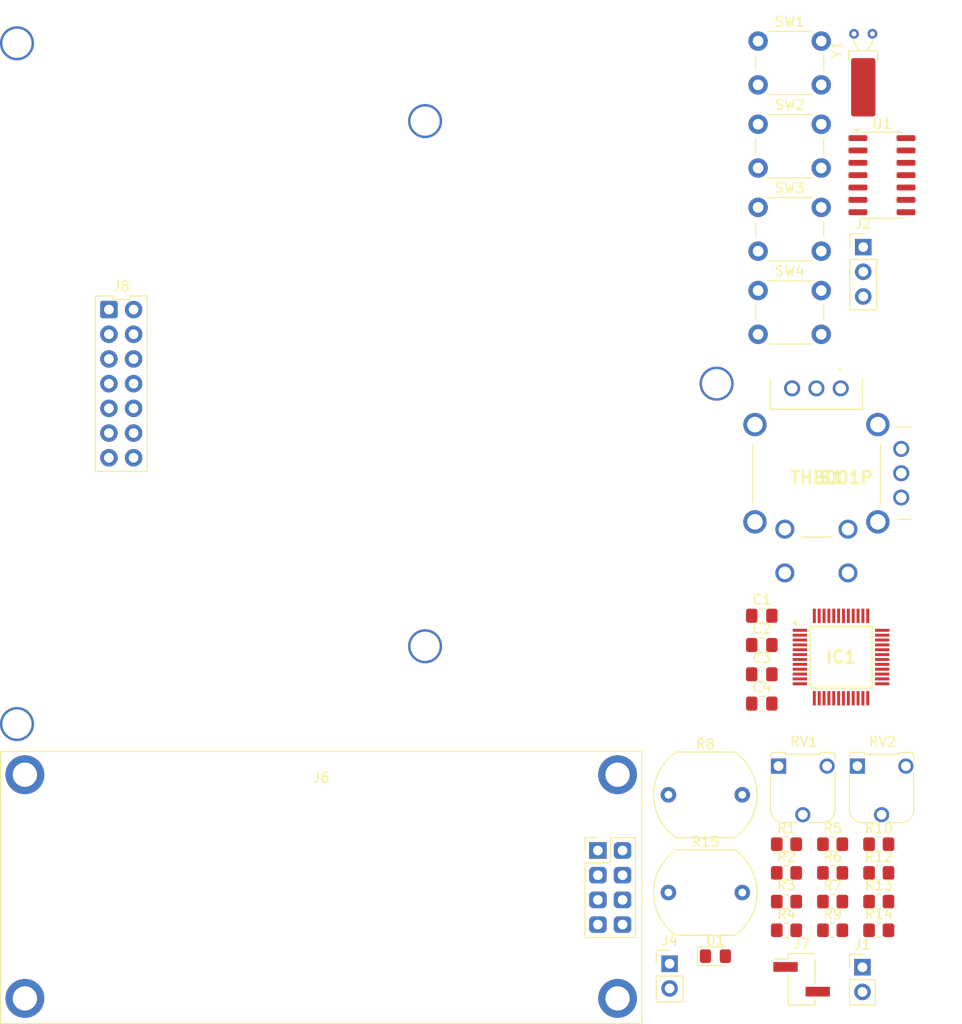
<source format=kicad_pcb>
(kicad_pcb (version 20241229) (generator "pcbnew") (generator_version "9.0")
  (layers (0 "F.Cu" signal) (2 "B.Cu" signal) (13 "F.Paste" user) (15 "B.Paste" user) (5 "F.SilkS" user "F.Silkscreen") (7 "B.SilkS" user "B.Silkscreen") (1 "F.Mask" user) (3 "B.Mask" user) (25 "Edge.Cuts" user))
  (net 0 "")
  (net 1 "TDO{slash}TDI")
  (net 2 "GND")
  (net 3 "VCC")
  (net 4 "Net-(IC1-DVCC)")
  (net 5 "Net-(IC1-P2.7{slash}TB0CLK{slash}XIN)")
  (net 6 "Net-(IC1-P2.6{slash}MCLK{slash}XOUT)")
  (net 7 "Net-(D1-A)")
  (net 8 "Net-(D1-K)")
  (net 11 "TCK")
  (net 19 "P2")
  (net 20 "SDA")
  (net 23 "GPIOr'")
  (net 25 "Net-(IC1-P3.1{slash}OA2O)")
  (net 26 "U0TXD")
  (net 28 "Net-(IC1-P3.4{slash}SMCLK)")
  (net 29 "Net-(IC1-P4.1{slash}UCA1CLK)")
  (net 31 "P0")
  (net 32 "SCL")
  (net 33 "P8")
  (net 36 "Net-(IC1-P1.4{slash}UCA0STE{slash}TCK{slash}A4)")
  (net 37 "U0RXD")
  (net 39 "GPIOl'")
  (net 40 "GPIOl")
  (net 41 "Net-(IC1-P1.1{slash}UCB0CLK{slash}ACLK{slash}OA0O{slash}COMP0.1{slash}A1)")
  (net 42 "Net-(IC1-P3.2{slash}OA2-)")
  (net 44 "Net-(IC1-P3.5{slash}OA3O)")
  (net 46 "P1")
  (net 47 "GPIOr")
  (net 50 "Net-(IC1-P1.0{slash}UCB0STE{slash}SMCLK{slash}COMP0.0{slash}A0{slash}VEREF+)")
  (net 51 "Net-(J6-Pin_5)")
  (net 58 "Net-(U1C-+)")
  (net 59 "Net-(U1B--)")
  (net 60 "CH_EN")
  (net 68 "Net-(U1A-+)")
  (net 70 "Net-(S1-2')")
  (footprint "Resistor_SMD:R_0805_2012Metric_Pad1.20x1.40mm_HandSolder" (layer "F.Cu") (at 187.18 143.26)
    (property "Reference" "R4" (at 0 -1.65 0) (layer "F.SilkS"))
    (property "Value" "R")
    (fp_line (start -0.227064 -0.735) (end 0.227064 -0.735) (stroke (width 0.12)) (layer "F.SilkS"))
    (fp_line (start -0.227064 0.735) (end 0.227064 0.735) (stroke (width 0.12)) (layer "F.SilkS"))
    (pad "1" smd roundrect (at -1 0) (size 1.2 1.4) (layers "F.Cu" "F.Mask" "F.Paste") (roundrect_rratio 0.208333) (net 3 "VCC"))
    (pad "2" smd roundrect (at 1 0) (size 1.2 1.4) (layers "F.Cu" "F.Mask" "F.Paste") (roundrect_rratio 0.208333) (net 1 "TDO{slash}TDI"))
  )
  (footprint "Button_Switch_THT:SW_PUSH_6mm" (layer "F.Cu") (at 184.26 68.93)
    (property "Reference" "SW3" (at 3.25 -2 0) (layer "F.SilkS"))
    (property "Value" "SW_Push")
    (fp_line (start -0.25 1.5) (end -0.25 3) (stroke (width 0.12)) (layer "F.SilkS"))
    (fp_line (start 1 5.5) (end 5.5 5.5) (stroke (width 0.12)) (layer "F.SilkS"))
    (fp_line (start 5.5 -1) (end 1 -1) (stroke (width 0.12)) (layer "F.SilkS"))
    (fp_line (start 6.75 3) (end 6.75 1.5) (stroke (width 0.12)) (layer "F.SilkS"))
    (pad "1" thru_hole circle (at 0 0 90) (size 2 2) (drill 1.1) (layers "*.Cu" "*.Mask") (net 44 "Net-(IC1-P3.5{slash}OA3O)"))
    (pad "1" thru_hole circle (at 6.5 0 90) (size 2 2) (drill 1.1) (layers "*.Cu" "*.Mask") (net 44 "Net-(IC1-P3.5{slash}OA3O)"))
    (pad "2" thru_hole circle (at 0 4.5 90) (size 2 2) (drill 1.1) (layers "*.Cu" "*.Mask") (net 2 "GND"))
    (pad "2" thru_hole circle (at 6.5 4.5 90) (size 2 2) (drill 1.1) (layers "*.Cu" "*.Mask") (net 2 "GND"))
  )
  (footprint "MSP430:LDR" (layer "F.Cu") (at 195 147.06)
    (property "Reference" "J1" (at 0 -2.33 0) (layer "F.SilkS"))
    (property "Value" "WIFI")
    (fp_line (start -1.33 -1.33) (end 0 -1.33) (stroke (width 0.12)) (layer "F.SilkS"))
    (fp_line (start -1.33 0) (end -1.33 -1.33) (stroke (width 0.12)) (layer "F.SilkS"))
    (fp_line (start -1.33 1.27) (end -1.33 3.87) (stroke (width 0.12)) (layer "F.SilkS"))
    (fp_line (start -1.33 1.27) (end 1.33 1.27) (stroke (width 0.12)) (layer "F.SilkS"))
    (fp_line (start -1.33 3.87) (end 1.33 3.87) (stroke (width 0.12)) (layer "F.SilkS"))
    (fp_line (start 1.33 1.27) (end 1.33 3.87) (stroke (width 0.12)) (layer "F.SilkS"))
    (pad "1" thru_hole rect (at 0 0) (size 1.7 1.7) (drill 1) (layers "*.Cu" "*.Mask") (net 37 "U0RXD"))
    (pad "2" thru_hole oval (at 0 2.54) (size 1.7 1.7) (drill 1) (layers "*.Cu" "*.Mask") (net 3 "VCC"))
  )
  (footprint "Resistor_SMD:R_0805_2012Metric_Pad1.20x1.40mm_HandSolder" (layer "F.Cu") (at 187.18 137.36)
    (property "Reference" "R2" (at 0 -1.65 0) (layer "F.SilkS"))
    (property "Value" "R")
    (fp_line (start -0.227064 -0.735) (end 0.227064 -0.735) (stroke (width 0.12)) (layer "F.SilkS"))
    (fp_line (start -0.227064 0.735) (end 0.227064 0.735) (stroke (width 0.12)) (layer "F.SilkS"))
    (pad "1" smd roundrect (at -1 0) (size 1.2 1.4) (layers "F.Cu" "F.Mask" "F.Paste") (roundrect_rratio 0.208333) (net 58 "Net-(U1C-+)"))
    (pad "2" smd roundrect (at 1 0) (size 1.2 1.4) (layers "F.Cu" "F.Mask" "F.Paste") (roundrect_rratio 0.208333) (net 59 "Net-(U1B--)"))
  )
  (footprint "Resistor_SMD:R_0805_2012Metric_Pad1.20x1.40mm_HandSolder" (layer "F.Cu") (at 187.18 134.41)
    (property "Reference" "R1" (at 0 -1.65 0) (layer "F.SilkS"))
    (property "Value" "R")
    (fp_line (start -0.227064 -0.735) (end 0.227064 -0.735) (stroke (width 0.12)) (layer "F.SilkS"))
    (fp_line (start -0.227064 0.735) (end 0.227064 0.735) (stroke (width 0.12)) (layer "F.SilkS"))
    (pad "1" smd roundrect (at -1 0) (size 1.2 1.4) (layers "F.Cu" "F.Mask" "F.Paste") (roundrect_rratio 0.208333) (net 3 "VCC"))
    (pad "2" smd roundrect (at 1 0) (size 1.2 1.4) (layers "F.Cu" "F.Mask" "F.Paste") (roundrect_rratio 0.208333) (net 58 "Net-(U1C-+)"))
  )
  (footprint "MSP430:THB001P" (layer "F.Cu") (at 192.76 87.535)
    (property "Reference" "S1" (at -0.937 9.175 0) (layer "F.SilkS") (effects (font (size 1.27 1.27) (thickness 0.254))))
    (property "Value" "THB001P" (at -0.937 9.175 0) (layer "F.SilkS") (effects (font (size 1.27 1.27) (thickness 0.254))))
    (fp_line (start -9.075 5.73) (end -9.075 5.73) (stroke (width 0.1)) (layer "F.SilkS"))
    (fp_line (start -9.075 5.73) (end -9.075 11.73) (stroke (width 0.1)) (layer "F.SilkS"))
    (fp_line (start -9.075 11.73) (end -9.075 5.73) (stroke (width 0.1)) (layer "F.SilkS"))
    (fp_line (start -9.075 11.73) (end -9.075 11.73) (stroke (width 0.1)) (layer "F.SilkS"))
    (fp_line (start -7.25 -0.97) (end -7.25 -0.97) (stroke (width 0.1)) (layer "F.SilkS"))
    (fp_line (start -7.25 -0.97) (end -7.25 2.155) (stroke (width 0.1)) (layer "F.SilkS"))
    (fp_line (start -7.25 2.155) (end -7.25 -0.97) (stroke (width 0.1)) (layer "F.SilkS"))
    (fp_line (start -7.25 2.155) (end -7.25 2.155) (stroke (width 0.1)) (layer "F.SilkS"))
    (fp_line (start -7.25 2.155) (end -7.25 2.155) (stroke (width 0.1)) (layer "F.SilkS"))
    (fp_line (start -7.25 2.155) (end 2.25 2.155) (stroke (width 0.1)) (layer "F.SilkS"))
    (fp_line (start -6.75 2.155) (end -6.75 2.155) (stroke (width 0.1)) (layer "F.SilkS"))
    (fp_line (start -6.75 2.155) (end 1.75 2.155) (stroke (width 0.1)) (layer "F.SilkS"))
    (fp_line (start -4 15.305) (end -4 15.305) (stroke (width 0.1)) (layer "F.SilkS"))
    (fp_line (start -4 15.305) (end -1 15.305) (stroke (width 0.1)) (layer "F.SilkS"))
    (fp_line (start -1 15.305) (end -4 15.305) (stroke (width 0.1)) (layer "F.SilkS"))
    (fp_line (start -1 15.305) (end -1 15.305) (stroke (width 0.1)) (layer "F.SilkS"))
    (fp_line (start 0 -1.98) (end 0 -1.98) (stroke (width 0.2)) (layer "F.SilkS"))
    (fp_line (start 0 -1.87) (end 0 -1.87) (stroke (width 0.2)) (layer "F.SilkS"))
    (fp_line (start 0 -1.87) (end 0 -1.87) (stroke (width 0.2)) (layer "F.SilkS"))
    (fp_line (start 1.75 2.155) (end -6.75 2.155) (stroke (width 0.1)) (layer "F.SilkS"))
    (fp_line (start 1.75 2.155) (end 1.75 2.155) (stroke (width 0.1)) (layer "F.SilkS"))
    (fp_line (start 2.25 -0.97) (end 2.25 -0.97) (stroke (width 0.1)) (layer "F.SilkS"))
    (fp_line (start 2.25 -0.97) (end 2.25 2.155) (stroke (width 0.1)) (layer "F.SilkS"))
    (fp_line (start 2.25 2.155) (end -7.25 2.155) (stroke (width 0.1)) (layer "F.SilkS"))
    (fp_line (start 2.25 2.155) (end 2.25 -0.97) (stroke (width 0.1)) (layer "F.SilkS"))
    (fp_line (start 2.25 2.155) (end 2.25 2.155) (stroke (width 0.1)) (layer "F.SilkS"))
    (fp_line (start 2.25 2.155) (end 2.25 2.155) (stroke (width 0.1)) (layer "F.SilkS"))
    (fp_line (start 4.075 5.73) (end 4.075 5.73) (stroke (width 0.1)) (layer "F.SilkS"))
    (fp_line (start 4.075 5.73) (end 4.075 5.73) (stroke (width 0.1)) (layer "F.SilkS"))
    (fp_line (start 4.075 5.73) (end 4.075 11.73) (stroke (width 0.1)) (layer "F.SilkS"))
    (fp_line (start 4.075 5.73) (end 4.075 11.73) (stroke (width 0.1)) (layer "F.SilkS"))
    (fp_line (start 4.075 11.73) (end 4.075 5.73) (stroke (width 0.1)) (layer "F.SilkS"))
    (fp_line (start 4.075 11.73) (end 4.075 5.73) (stroke (width 0.1)) (layer "F.SilkS"))
    (fp_line (start 4.075 11.73) (end 4.075 11.73) (stroke (width 0.1)) (layer "F.SilkS"))
    (fp_line (start 4.075 11.73) (end 4.075 11.73) (stroke (width 0.1)) (layer "F.SilkS"))
    (fp_line (start 5.825 3.98) (end 5.825 3.98) (stroke (width 0.1)) (layer "F.SilkS"))
    (fp_line (start 5.825 3.98) (end 7.2 3.98) (stroke (width 0.1)) (layer "F.SilkS"))
    (fp_line (start 5.825 13.48) (end 5.825 13.48) (stroke (width 0.1)) (layer "F.SilkS"))
    (fp_line (start 5.825 13.48) (end 7.2 13.48) (stroke (width 0.1)) (layer "F.SilkS"))
    (fp_line (start 7.2 3.98) (end 5.825 3.98) (stroke (width 0.1)) (layer "F.SilkS"))
    (fp_line (start 7.2 3.98) (end 7.2 3.98) (stroke (width 0.1)) (layer "F.SilkS"))
    (fp_line (start 7.2 13.48) (end 5.825 13.48) (stroke (width 0.1)) (layer "F.SilkS"))
    (fp_line (start 7.2 13.48) (end 7.2 13.48) (stroke (width 0.1)) (layer "F.SilkS"))
    (fp_arc (start 0 -1.98) (mid 0.055 -1.925) (end 0 -1.87) (stroke (width 0.2)) (layer "F.SilkS"))
    (fp_arc (start 0 -1.98) (mid 0.055 -1.925) (end 0 -1.87) (stroke (width 0.2)) (layer "F.SilkS"))
    (fp_arc (start 0 -1.87) (mid -0.055 -1.925) (end 0 -1.98) (stroke (width 0.2)) (layer "F.SilkS"))
    (pad "1" thru_hole circle (at 0 0) (size 1.65 1.65) (drill 1.1) (layers "*.Cu" "*.Mask") (net 3 "VCC"))
    (pad "2" thru_hole circle (at -2.5 0) (size 1.65 1.65) (drill 1.1) (layers "*.Cu" "*.Mask") (net 68 "Net-(U1A-+)"))
    (pad "3" thru_hole circle (at -5 0) (size 1.65 1.65) (drill 1.1) (layers "*.Cu" "*.Mask") (net 2 "GND"))
    (pad "11" thru_hole circle (at 6.23 11.23) (size 1.65 1.65) (drill 1.1) (layers "*.Cu" "*.Mask") (net 3 "VCC"))
    (pad "12" thru_hole circle (at 6.23 8.73) (size 1.65 1.65) (drill 1.1) (layers "*.Cu" "*.Mask") (net 70 "Net-(S1-2')"))
    (pad "13" thru_hole circle (at 6.23 6.23) (size 1.65 1.65) (drill 1.1) (layers "*.Cu" "*.Mask") (net 2 "GND"))
    (pad "A1" thru_hole circle (at -5.75 14.48) (size 1.95 1.95) (drill 1.3) (layers "*.Cu" "*.Mask"))
    (pad "B1" thru_hole circle (at 0.75 14.48) (size 1.95 1.95) (drill 1.3) (layers "*.Cu" "*.Mask") (net 25 "Net-(IC1-P3.1{slash}OA2O)"))
    (pad "C1" thru_hole circle (at -5.75 18.98) (size 1.95 1.95) (drill 1.3) (layers "*.Cu" "*.Mask") (net 2 "GND"))
    (pad "D1" thru_hole circle (at 0.75 18.98) (size 1.95 1.95) (drill 1.3) (layers "*.Cu" "*.Mask"))
    (pad "MH1" thru_hole circle (at 3.825 3.73) (size 2.4 2.4) (drill 1.6) (layers "*.Cu" "*.Mask"))
    (pad "MH2" thru_hole circle (at -8.825 3.73) (size 2.4 2.4) (drill 1.6) (layers "*.Cu" "*.Mask"))
    (pad "MH3" thru_hole circle (at -8.825 13.73) (size 2.4 2.4) (drill 1.6) (layers "*.Cu" "*.Mask"))
    (pad "MH4" thru_hole circle (at 3.825 13.73) (size 2.4 2.4) (drill 1.6) (layers "*.Cu" "*.Mask"))
  )
  (footprint "Capacitor_SMD:C_0805_2012Metric_Pad1.18x1.45mm_HandSolder" (layer "F.Cu") (at 184.64 110.92)
    (property "Reference" "C1" (at 0 -1.68 0) (layer "F.SilkS"))
    (property "Value" "2.2n")
    (fp_line (start -0.261252 -0.735) (end 0.261252 -0.735) (stroke (width 0.12)) (layer "F.SilkS"))
    (fp_line (start -0.261252 0.735) (end 0.261252 0.735) (stroke (width 0.12)) (layer "F.SilkS"))
    (pad "1" smd roundrect (at -1.0375 0) (size 1.175 1.45) (layers "F.Cu" "F.Mask" "F.Paste") (roundrect_rratio 0.212766) (net 1 "TDO{slash}TDI"))
    (pad "2" smd roundrect (at 1.0375 0) (size 1.175 1.45) (layers "F.Cu" "F.Mask" "F.Paste") (roundrect_rratio 0.212766) (net 2 "GND"))
  )
  (footprint "OptoDevice:R_LDR_10x8.5mm_P7.6mm_Vertical" (layer "F.Cu") (at 175.03 129.33)
    (property "Reference" "R8" (at 3.8 -5.2 0) (layer "F.SilkS"))
    (property "Value" "LDR03")
    (fp_line (start 0.8 -4.4) (end 6.8 -4.4) (stroke (width 0.12)) (layer "F.SilkS"))
    (fp_line (start 0.8 4.4) (end 6.8 4.4) (stroke (width 0.12)) (layer "F.SilkS"))
    (fp_arc (start 0.8 4.4) (mid -1.525374 0.019809) (end 0.76735 -4.37756) (stroke (width 0.12)) (layer "F.SilkS"))
    (fp_arc (start 6.8 -4.4) (mid 9.125374 -0.019809) (end 6.83265 4.37756) (stroke (width 0.12)) (layer "F.SilkS"))
    (pad "1" thru_hole circle (at 0 0) (size 1.6 1.6) (drill 0.8) (layers "*.Cu" "*.Mask") (net 3 "VCC"))
    (pad "2" thru_hole circle (at 7.6 0) (size 1.6 1.6) (drill 0.8) (layers "*.Cu" "*.Mask") (net 36 "Net-(IC1-P1.4{slash}UCA0STE{slash}TCK{slash}A4)"))
  )
  (footprint "MSP430:Trimmer_MiSE" (layer "F.Cu") (at 186.36 126.38)
    (property "Reference" "RV1" (at 2.6 -2.5 0) (layer "F.SilkS"))
    (property "Value" "R_Potentiometer_Trim")
    (fp_line (start -0.81 -1.21) (end -0.81 -0.96) (stroke (width 0.12)) (layer "F.SilkS"))
    (fp_line (start -0.81 4.5) (end -0.81 0.96) (stroke (width 0.12)) (layer "F.SilkS"))
    (fp_line (start -0.71 -1.41) (end -0.71 -1.21) (stroke (width 0.12)) (layer "F.SilkS"))
    (fp_line (start -0.71 -1.41) (end 0.71 -1.41) (stroke (width 0.12)) (layer "F.SilkS"))
    (fp_line (start -0.71 -1.21) (end -0.81 -1.21) (stroke (width 0.12)) (layer "F.SilkS"))
    (fp_line (start 0.71 -1.21) (end 0.71 -1.41) (stroke (width 0.12)) (layer "F.SilkS"))
    (fp_line (start 0.71 -1.21) (end 4.29 -1.21) (stroke (width 0.12)) (layer "F.SilkS"))
    (fp_line (start 1.99 5.81) (end 0.5 5.81) (stroke (width 0.12)) (layer "F.SilkS"))
    (fp_line (start 4.29 -1.41) (end 5.71 -1.41) (stroke (width 0.12)) (layer "F.SilkS"))
    (fp_line (start 4.29 -1.21) (end 4.29 -1.41) (stroke (width 0.12)) (layer "F.SilkS"))
    (fp_line (start 4.5 5.81) (end 3.01 5.81) (stroke (width 0.12)) (layer "F.SilkS"))
    (fp_line (start 5.71 -1.41) (end 5.71 -1.21) (stroke (width 0.12)) (layer "F.SilkS"))
    (fp_line (start 5.71 -1.21) (end 5.81 -1.21) (stroke (width 0.12)) (layer "F.SilkS"))
    (fp_line (start 5.81 -1.21) (end 5.81 -0.52) (stroke (width 0.12)) (layer "F.SilkS"))
    (fp_line (start 5.81 0.52) (end 5.81 4.5) (stroke (width 0.12)) (layer "F.SilkS"))
    (fp_arc (start 0.5 5.81) (mid -0.42631 5.42631) (end -0.81 4.5) (stroke (width 0.12)) (layer "F.SilkS"))
    (fp_arc (start 5.81 4.5) (mid 5.42631 5.42631) (end 4.5 5.81) (stroke (width 0.12)) (layer "F.SilkS"))
    (pad "1" thru_hole rect (at 0 0) (size 1.56 1.56) (drill 1) (layers "*.Cu" "*.Mask") (net 36 "Net-(IC1-P1.4{slash}UCA0STE{slash}TCK{slash}A4)"))
    (pad "2" thru_hole circle (at 2.5 5) (size 1.56 1.56) (drill 1) (layers "*.Cu" "*.Mask") (net 2 "GND"))
    (pad "3" thru_hole circle (at 5 0) (size 1.56 1.56) (drill 1) (layers "*.Cu" "*.Mask"))
  )
  (footprint "Connector_PinHeader_2.54mm:PinHeader_1x02_P2.54mm_Vertical_SMD_Pin1Left" (layer "F.Cu") (at 188.74 148.3)
    (property "Reference" "J7" (at 0 -3.65 0) (layer "F.SilkS"))
    (property "Value" "I2C read")
    (fp_line (start -1.38 -2.65) (end -1.38 -2.08) (stroke (width 0.12)) (layer "F.SilkS"))
    (fp_line (start -1.38 -2.65) (end 1.38 -2.65) (stroke (width 0.12)) (layer "F.SilkS"))
    (fp_line (start -1.38 -2.08) (end -2.85 -2.08) (stroke (width 0.12)) (layer "F.SilkS"))
    (fp_line (start -1.38 -0.46) (end -1.38 2.65) (stroke (width 0.12)) (layer "F.SilkS"))
    (fp_line (start -1.38 2.65) (end 1.38 2.65) (stroke (width 0.12)) (layer "F.SilkS"))
    (fp_line (start 1.38 -2.08) (end 1.38 0.46) (stroke (width 0.12)) (layer "F.SilkS"))
    (fp_line (start 1.38 2.08) (end 1.38 2.65) (stroke (width 0.12)) (layer "F.SilkS"))
    (pad "1" smd rect (at -1.655 -1.27) (size 2.51 1) (layers "F.Cu" "F.Mask" "F.Paste") (net 20 "SDA"))
    (pad "2" smd rect (at 1.655 1.27) (size 2.51 1) (layers "F.Cu" "F.Mask" "F.Paste") (net 32 "SCL"))
  )
  (footprint "Button_Switch_THT:SW_PUSH_6mm" (layer "F.Cu") (at 184.26 77.48)
    (property "Reference" "SW4" (at 3.25 -2 0) (layer "F.SilkS"))
    (property "Value" "SW_Push")
    (fp_line (start -0.25 1.5) (end -0.25 3) (stroke (width 0.12)) (layer "F.SilkS"))
    (fp_line (start 1 5.5) (end 5.5 5.5) (stroke (width 0.12)) (layer "F.SilkS"))
    (fp_line (start 5.5 -1) (end 1 -1) (stroke (width 0.12)) (layer "F.SilkS"))
    (fp_line (start 6.75 3) (end 6.75 1.5) (stroke (width 0.12)) (layer "F.SilkS"))
    (pad "1" thru_hole circle (at 0 0 90) (size 2 2) (drill 1.1) (layers "*.Cu" "*.Mask") (net 2 "GND"))
    (pad "1" thru_hole circle (at 6.5 0 90) (size 2 2) (drill 1.1) (layers "*.Cu" "*.Mask") (net 2 "GND"))
    (pad "2" thru_hole circle (at 0 4.5 90) (size 2 2) (drill 1.1) (layers "*.Cu" "*.Mask") (net 51 "Net-(J6-Pin_5)"))
    (pad "2" thru_hole circle (at 6.5 4.5 90) (size 2 2) (drill 1.1) (layers "*.Cu" "*.Mask") (net 51 "Net-(J6-Pin_5)"))
  )
  (footprint "MSP430:conn_DFrobot" (layer "F.Cu") (at 119.985 87.055)
    (property "Reference" "J8" (at -1.27 -10.02 0) (layer "F.SilkS"))
    (property "Value" "Conn_02x07_Odd_Even")
    (fp_line (start -3.94 9.02) (end 1.399999 9.02) (stroke (width 0.12)) (layer "F.SilkS"))
    (fp_line (start -3.939999 -9.02) (end -3.94 9.02) (stroke (width 0.12)) (layer "F.SilkS"))
    (fp_line (start -2.159999 -9.02) (end -3.939999 -9.02) (stroke (width 0.12)) (layer "F.SilkS"))
    (fp_line (start -2.159999 -8.66) (end -2.159999 -9.02) (stroke (width 0.12)) (layer "F.SilkS"))
    (fp_line (start -0.38 -9.02) (end -0.38 -8.66) (stroke (width 0.12)) (layer "F.SilkS"))
    (fp_line (start -0.38 -8.66) (end -2.159999 -8.66) (stroke (width 0.12)) (layer "F.SilkS"))
    (fp_line (start 1.399999 9.02) (end 1.4 -9.02) (stroke (width 0.12)) (layer "F.SilkS"))
    (fp_line (start 1.4 -9.02) (end -0.38 -9.02) (stroke (width 0.12)) (layer "F.SilkS"))
    (pad "1" thru_hole roundrect (at -2.54 -7.62 270) (size 1.8 1.8) (drill 1) (layers "*.Cu" "*.Mask") (roundrect_rratio 0.1388888889) (net 3 "VCC"))
    (pad "2" thru_hole circle (at 0 -7.62 270) (size 1.8 1.8) (drill 1) (layers "*.Cu" "*.Mask") (net 3 "VCC"))
    (pad "3" thru_hole circle (at -2.54 -5.08 270) (size 1.8 1.8) (drill 1) (layers "*.Cu" "*.Mask"))
    (pad "4" thru_hole circle (at 0 -5.08 270) (size 1.8 1.8) (drill 1) (layers "*.Cu" "*.Mask") (net 31 "P0"))
    (pad "5" thru_hole circle (at -2.54 -2.54 270) (size 1.8 1.8) (drill 1) (layers "*.Cu" "*.Mask"))
    (pad "6" thru_hole circle (at 0 -2.54 270) (size 1.8 1.8) (drill 1) (layers "*.Cu" "*.Mask") (net 46 "P1"))
    (pad "7" thru_hole circle (at -2.54 0 270) (size 1.8 1.8) (drill 1) (layers "*.Cu" "*.Mask"))
    (pad "8" thru_hole circle (at 0 0 270) (size 1.8 1.8) (drill 1) (layers "*.Cu" "*.Mask") (net 19 "P2"))
    (pad "9" thru_hole circle (at -2.54 2.54 270) (size 1.8 1.8) (drill 1) (layers "*.Cu" "*.Mask") (net 32 "SCL"))
    (pad "10" thru_hole circle (at 0 2.54 270) (size 1.8 1.8) (drill 1) (layers "*.Cu" "*.Mask") (net 33 "P8"))
    (pad "11" thru_hole circle (at -2.54 5.08 270) (size 1.8 1.8) (drill 1) (layers "*.Cu" "*.Mask") (net 20 "SDA"))
    (pad "12" thru_hole circle (at 0 5.08 270) (size 1.8 1.8) (drill 1) (layers "*.Cu" "*.Mask") (net 29 "Net-(IC1-P4.1{slash}UCA1CLK)"))
    (pad "13" thru_hole circle (at -2.54 7.62 270) (size 1.8 1.8) (drill 1) (layers "*.Cu" "*.Mask") (net 2 "GND"))
    (pad "14" thru_hole circle (at 0 7.62 270) (size 1.8 1.8) (drill 1) (layers "*.Cu" "*.Mask") (net 2 "GND"))
    (pad "15" thru_hole circle (at 60 0 270) (size 3.5 3.5) (drill 3) (layers "*.Cu" "*.Mask"))
    (pad "16" thru_hole circle (at 30 27 270) (size 3.5 3.5) (drill 3) (layers "*.Cu" "*.Mask"))
    (pad "17" thru_hole circle (at 30 -27 270) (size 3.5 3.5) (drill 3) (layers "*.Cu" "*.Mask"))
    (pad "18" thru_hole circle (at -12 35 270) (size 3.5 3.5) (drill 3) (layers "*.Cu" "*.Mask"))
    (pad "19" thru_hole circle (at -12 -35 270) (size 3.5 3.5) (drill 3) (layers "*.Cu" "*.Mask"))
  )
  (footprint "Resistor_SMD:R_0805_2012Metric_Pad1.20x1.40mm_HandSolder" (layer "F.Cu") (at 196.68 134.41)
    (property "Reference" "R10" (at 0 -1.65 0) (layer "F.SilkS"))
    (property "Value" "R")
    (fp_line (start -0.227064 -0.735) (end 0.227064 -0.735) (stroke (width 0.12)) (layer "F.SilkS"))
    (fp_line (start -0.227064 0.735) (end 0.227064 0.735) (stroke (width 0.12)) (layer "F.SilkS"))
    (pad "1" smd roundrect (at -1 0) (size 1.2 1.4) (layers "F.Cu" "F.Mask" "F.Paste") (roundrect_rratio 0.208333) (net 3 "VCC"))
    (pad "2" smd roundrect (at 1 0) (size 1.2 1.4) (layers "F.Cu" "F.Mask" "F.Paste") (roundrect_rratio 0.208333) (net 60 "CH_EN"))
  )
  (footprint "MSP430:QFP50P900X900X160-48N" (layer "F.Cu") (at 192.795 115.165)
    (property "Reference" "IC1" (at 0 0 0) (layer "F.SilkS") (effects (font (size 1.27 1.27) (thickness 0.254))))
    (property "Value" "MSP430FR2355TPT" (hide yes))
    (fp_line (start -3.15 -3.15) (end 3.15 -3.15) (stroke (width 0.2)) (layer "F.SilkS"))
    (fp_line (start -3.15 3.15) (end -3.15 -3.15) (stroke (width 0.2)) (layer "F.SilkS"))
    (fp_line (start 3.15 -3.15) (end 3.15 3.15) (stroke (width 0.2)) (layer "F.SilkS"))
    (fp_line (start 3.15 3.15) (end -3.15 3.15) (stroke (width 0.2)) (layer "F.SilkS"))
    (fp_circle (center -4.725 -3.5) (end -4.725 -3.375) (stroke (width 0.25)) (fill no) (layer "F.SilkS"))
    (pad "1" smd rect (at -4.238 -2.75 90) (size 0.3 1.475) (layers "F.Cu" "F.Mask" "F.Paste") (net 20 "SDA"))
    (pad "2" smd rect (at -4.238 -2.25 90) (size 0.3 1.475) (layers "F.Cu" "F.Mask" "F.Paste") (net 41 "Net-(IC1-P1.1{slash}UCB0CLK{slash}ACLK{slash}OA0O{slash}COMP0.1{slash}A1)"))
    (pad "3" smd rect (at -4.238 -1.75 90) (size 0.3 1.475) (layers "F.Cu" "F.Mask" "F.Paste") (net 50 "Net-(IC1-P1.0{slash}UCB0STE{slash}SMCLK{slash}COMP0.0{slash}A0{slash}VEREF+)"))
    (pad "4" smd rect (at -4.238 -1.25 90) (size 0.3 1.475) (layers "F.Cu" "F.Mask" "F.Paste") (net 11 "TCK"))
    (pad "5" smd rect (at -4.238 -0.75 90) (size 0.3 1.475) (layers "F.Cu" "F.Mask" "F.Paste") (net 1 "TDO{slash}TDI"))
    (pad "6" smd rect (at -4.238 -0.25 90) (size 0.3 1.475) (layers "F.Cu" "F.Mask" "F.Paste") (net 4 "Net-(IC1-DVCC)"))
    (pad "7" smd rect (at -4.238 0.25 90) (size 0.3 1.475) (layers "F.Cu" "F.Mask" "F.Paste") (net 2 "GND"))
    (pad "8" smd rect (at -4.238 0.75 90) (size 0.3 1.475) (layers "F.Cu" "F.Mask" "F.Paste") (net 5 "Net-(IC1-P2.7{slash}TB0CLK{slash}XIN)"))
    (pad "9" smd rect (at -4.238 1.25 90) (size 0.3 1.475) (layers "F.Cu" "F.Mask" "F.Paste") (net 6 "Net-(IC1-P2.6{slash}MCLK{slash}XOUT)"))
    (pad "10" smd rect (at -4.238 1.75 90) (size 0.3 1.475) (layers "F.Cu" "F.Mask" "F.Paste") (net 40 "GPIOl"))
    (pad "11" smd rect (at -4.238 2.25 90) (size 0.3 1.475) (layers "F.Cu" "F.Mask" "F.Paste") (net 47 "GPIOr"))
    (pad "12" smd rect (at -4.238 2.75 90) (size 0.3 1.475) (layers "F.Cu" "F.Mask" "F.Paste"))
    (pad "13" smd rect (at -2.75 4.238) (size 0.3 1.475) (layers "F.Cu" "F.Mask" "F.Paste") (net 23 "GPIOr'"))
    (pad "14" smd rect (at -2.25 4.238) (size 0.3 1.475) (layers "F.Cu" "F.Mask" "F.Paste") (net 39 "GPIOl'"))
    (pad "15" smd rect (at -1.75 4.238) (size 0.3 1.475) (layers "F.Cu" "F.Mask" "F.Paste") (net 33 "P8"))
    (pad "16" smd rect (at -1.25 4.238) (size 0.3 1.475) (layers "F.Cu" "F.Mask" "F.Paste"))
    (pad "17" smd rect (at -0.75 4.238) (size 0.3 1.475) (layers "F.Cu" "F.Mask" "F.Paste") (net 19 "P2"))
    (pad "18" smd rect (at -0.25 4.238) (size 0.3 1.475) (layers "F.Cu" "F.Mask" "F.Paste"))
    (pad "19" smd rect (at 0.25 4.238) (size 0.3 1.475) (layers "F.Cu" "F.Mask" "F.Paste") (net 7 "Net-(D1-A)"))
    (pad "20" smd rect (at 0.75 4.238) (size 0.3 1.475) (layers "F.Cu" "F.Mask" "F.Paste") (net 31 "P0"))
    (pad "21" smd rect (at 1.25 4.238) (size 0.3 1.475) (layers "F.Cu" "F.Mask" "F.Paste") (net 46 "P1"))
    (pad "22" smd rect (at 1.75 4.238) (size 0.3 1.475) (layers "F.Cu" "F.Mask" "F.Paste"))
    (pad "23" smd rect (at 2.25 4.238) (size 0.3 1.475) (layers "F.Cu" "F.Mask" "F.Paste"))
    (pad "24" smd rect (at 2.75 4.238) (size 0.3 1.475) (layers "F.Cu" "F.Mask" "F.Paste"))
    (pad "25" smd rect (at 4.238 2.75 90) (size 0.3 1.475) (layers "F.Cu" "F.Mask" "F.Paste") (net 29 "Net-(IC1-P4.1{slash}UCA1CLK)"))
    (pad "26" smd rect (at 4.238 2.25 90) (size 0.3 1.475) (layers "F.Cu" "F.Mask" "F.Paste"))
    (pad "27" smd rect (at 4.238 1.75 90) (size 0.3 1.475) (layers "F.Cu" "F.Mask" "F.Paste"))
    (pad "28" smd rect (at 4.238 1.25 90) (size 0.3 1.475) (layers "F.Cu" "F.Mask" "F.Paste"))
    (pad "29" smd rect (at 4.238 0.75 90) (size 0.3 1.475) (layers "F.Cu" "F.Mask" "F.Paste"))
    (pad "30" smd rect (at 4.238 0.25 90) (size 0.3 1.475) (layers "F.Cu" "F.Mask" "F.Paste"))
    (pad "31" smd rect (at 4.238 -0.25 90) (size 0.3 1.475) (layers "F.Cu" "F.Mask" "F.Paste") (net 37 "U0RXD"))
    (pad "32" smd rect (at 4.238 -0.75 90) (size 0.3 1.475) (layers "F.Cu" "F.Mask" "F.Paste") (net 26 "U0TXD"))
    (pad "33" smd rect (at 4.238 -1.25 90) (size 0.3 1.475) (layers "F.Cu" "F.Mask" "F.Paste"))
    (pad "34" smd rect (at 4.238 -1.75 90) (size 0.3 1.475) (layers "F.Cu" "F.Mask" "F.Paste") (net 36 "Net-(IC1-P1.4{slash}UCA0STE{slash}TCK{slash}A4)"))
    (pad "35" smd rect (at 4.238 -2.25 90) (size 0.3 1.475) (layers "F.Cu" "F.Mask" "F.Paste"))
    (pad "36" smd rect (at 4.238 -2.75 90) (size 0.3 1.475) (layers "F.Cu" "F.Mask" "F.Paste"))
    (pad "37" smd rect (at 2.75 -4.238) (size 0.3 1.475) (layers "F.Cu" "F.Mask" "F.Paste") (net 44 "Net-(IC1-P3.5{slash}OA3O)"))
    (pad "38" smd rect (at 2.25 -4.238) (size 0.3 1.475) (layers "F.Cu" "F.Mask" "F.Paste") (net 28 "Net-(IC1-P3.4{slash}SMCLK)"))
    (pad "39" smd rect (at 1.75 -4.238) (size 0.3 1.475) (layers "F.Cu" "F.Mask" "F.Paste"))
    (pad "40" smd rect (at 1.25 -4.238) (size 0.3 1.475) (layers "F.Cu" "F.Mask" "F.Paste"))
    (pad "41" smd rect (at 0.75 -4.238) (size 0.3 1.475) (layers "F.Cu" "F.Mask" "F.Paste"))
    (pad "42" smd rect (at 0.25 -4.238) (size 0.3 1.475) (layers "F.Cu" "F.Mask" "F.Paste"))
    (pad "43" smd rect (at -0.25 -4.238) (size 0.3 1.475) (layers "F.Cu" "F.Mask" "F.Paste"))
    (pad "44" smd rect (at -0.75 -4.238) (size 0.3 1.475) (layers "F.Cu" "F.Mask" "F.Paste"))
    (pad "45" smd rect (at -1.25 -4.238) (size 0.3 1.475) (layers "F.Cu" "F.Mask" "F.Paste") (net 42 "Net-(IC1-P3.2{slash}OA2-)"))
    (pad "46" smd rect (at -1.75 -4.238) (size 0.3 1.475) (layers "F.Cu" "F.Mask" "F.Paste") (net 25 "Net-(IC1-P3.1{slash}OA2O)"))
    (pad "47" smd rect (at -2.25 -4.238) (size 0.3 1.475) (layers "F.Cu" "F.Mask" "F.Paste"))
    (pad "48" smd rect (at -2.75 -4.238) (size 0.3 1.475) (layers "F.Cu" "F.Mask" "F.Paste") (net 32 "SCL"))
  )
  (footprint "Resistor_SMD:R_0805_2012Metric_Pad1.20x1.40mm_HandSolder" (layer "F.Cu") (at 191.93 137.36)
    (property "Reference" "R6" (at 0 -1.65 0) (layer "F.SilkS"))
    (property "Value" "R")
    (fp_line (start -0.227064 -0.735) (end 0.227064 -0.735) (stroke (width 0.12)) (layer "F.SilkS"))
    (fp_line (start -0.227064 0.735) (end 0.227064 0.735) (stroke (width 0.12)) (layer "F.SilkS"))
    (pad "1" smd roundrect (at -1 0) (size 1.2 1.4) (layers "F.Cu" "F.Mask" "F.Paste") (roundrect_rratio 0.208333) (net 3 "VCC"))
    (pad "2" smd roundrect (at 1 0) (size 1.2 1.4) (layers "F.Cu" "F.Mask" "F.Paste") (roundrect_rratio 0.208333) (net 28 "Net-(IC1-P3.4{slash}SMCLK)"))
  )
  (footprint "Resistor_SMD:R_0805_2012Metric_Pad1.20x1.40mm_HandSolder" (layer "F.Cu") (at 191.93 134.41)
    (property "Reference" "R5" (at 0 -1.65 0) (layer "F.SilkS"))
    (property "Value" "R")
    (fp_line (start -0.227064 -0.735) (end 0.227064 -0.735) (stroke (width 0.12)) (layer "F.SilkS"))
    (fp_line (start -0.227064 0.735) (end 0.227064 0.735) (stroke (width 0.12)) (layer "F.SilkS"))
    (pad "1" smd roundrect (at -1 0) (size 1.2 1.4) (layers "F.Cu" "F.Mask" "F.Paste") (roundrect_rratio 0.208333) (net 3 "VCC"))
    (pad "2" smd roundrect (at 1 0) (size 1.2 1.4) (layers "F.Cu" "F.Mask" "F.Paste") (roundrect_rratio 0.208333) (net 25 "Net-(IC1-P3.1{slash}OA2O)"))
  )
  (footprint "MSP430:LCD_2x16_I2C(Midas)" (layer "F.Cu") (at 139.295 138.865)
    (property "Reference" "J6" (at 0 -11.3 0) (layer "F.SilkS"))
    (property "Value" "Display")
    (fp_line (start -33 -14) (end -33 14) (stroke (width 0.12)) (layer "F.SilkS"))
    (fp_line (start -33 14) (end 33 14) (stroke (width 0.12)) (layer "F.SilkS"))
    (fp_line (start 27.145 -5.14) (end 28.475 -5.14) (stroke (width 0.12)) (layer "F.SilkS"))
    (fp_line (start 27.145 -3.81) (end 27.145 -5.14) (stroke (width 0.12)) (layer "F.SilkS"))
    (fp_line (start 27.145 -2.54) (end 27.145 5.14) (stroke (width 0.12)) (layer "F.SilkS"))
    (fp_line (start 27.145 -2.54) (end 29.745 -2.54) (stroke (width 0.12)) (layer "F.SilkS"))
    (fp_line (start 27.145 5.14) (end 32.345 5.14) (stroke (width 0.12)) (layer "F.SilkS"))
    (fp_line (start 29.745 -5.14) (end 32.345 -5.14) (stroke (width 0.12)) (layer "F.SilkS"))
    (fp_line (start 29.745 -2.54) (end 29.745 -5.14) (stroke (width 0.12)) (layer "F.SilkS"))
    (fp_line (start 32.345 -5.14) (end 32.345 5.14) (stroke (width 0.12)) (layer "F.SilkS"))
    (fp_line (start 33 -14) (end -33 -14) (stroke (width 0.12)) (layer "F.SilkS"))
    (fp_line (start 33 14) (end 33 -14) (stroke (width 0.12)) (layer "F.SilkS"))
    (pad "1" thru_hole rect (at 28.475 -3.81) (size 1.8 1.7) (drill 1) (layers "*.Cu" "*.Mask") (net 3 "VCC"))
    (pad "2" thru_hole roundrect (at 31.015 -3.81) (size 1.8 1.7) (drill 1) (layers "*.Cu" "*.Mask") (net 2 "GND"))
    (pad "3" thru_hole roundrect (at 28.475 -1.27) (size 1.8 1.7) (drill 1) (layers "*.Cu" "*.Mask") (net 20 "SDA"))
    (pad "4" thru_hole roundrect (at 31.015 -1.27) (size 1.8 1.7) (drill 1) (layers "*.Cu" "*.Mask") (net 32 "SCL"))
    (pad "5" thru_hole roundrect (at 28.475 1.27) (size 1.8 1.7) (drill 1) (layers "*.Cu" "*.Mask") (net 51 "Net-(J6-Pin_5)"))
    (pad "6" thru_hole roundrect (at 31.015 1.27) (size 1.8 1.7) (drill 1) (layers "*.Cu" "*.Mask"))
    (pad "7" thru_hole roundrect (at 28.475 3.81) (size 1.8 1.7) (drill 1) (layers "*.Cu" "*.Mask"))
    (pad "8" thru_hole roundrect (at 31.015 3.81) (size 1.8 1.7) (drill 1) (layers "*.Cu" "*.Mask"))
    (pad "9" thru_hole circle (at 30.5 11.4) (size 4 4) (drill 2.5) (layers "*.Cu" "*.Mask"))
    (pad "10" thru_hole circle (at -30.5 11.4) (size 4 4) (drill 2.5) (layers "*.Cu" "*.Mask"))
    (pad "11" thru_hole circle (at -30.5 -11.6) (size 4 4) (drill 2.5) (layers "*.Cu" "*.Mask"))
    (pad "12" thru_hole circle (at 30.5 -11.6) (size 4 4) (drill 2.5) (layers "*.Cu" "*.Mask"))
  )
  (footprint "Resistor_SMD:R_0805_2012Metric_Pad1.20x1.40mm_HandSolder" (layer "F.Cu") (at 191.93 143.26)
    (property "Reference" "R9" (at 0 -1.65 0) (layer "F.SilkS"))
    (property "Value" "R")
    (fp_line (start -0.227064 -0.735) (end 0.227064 -0.735) (stroke (width 0.12)) (layer "F.SilkS"))
    (fp_line (start -0.227064 0.735) (end 0.227064 0.735) (stroke (width 0.12)) (layer "F.SilkS"))
    (pad "1" smd roundrect (at -1 0) (size 1.2 1.4) (layers "F.Cu" "F.Mask" "F.Paste") (roundrect_rratio 0.208333) (net 3 "VCC"))
    (pad "2" smd roundrect (at 1 0) (size 1.2 1.4) (layers "F.Cu" "F.Mask" "F.Paste") (roundrect_rratio 0.208333) (net 51 "Net-(J6-Pin_5)"))
  )
  (footprint "Resistor_SMD:R_0805_2012Metric_Pad1.20x1.40mm_HandSolder" (layer "F.Cu") (at 196.68 140.31)
    (property "Reference" "R13" (at 0 -1.65 0) (layer "F.SilkS"))
    (property "Value" "R")
    (fp_line (start -0.227064 -0.735) (end 0.227064 -0.735) (stroke (width 0.12)) (layer "F.SilkS"))
    (fp_line (start -0.227064 0.735) (end 0.227064 0.735) (stroke (width 0.12)) (layer "F.SilkS"))
    (pad "1" smd roundrect (at -1 0) (size 1.2 1.4) (layers "F.Cu" "F.Mask" "F.Paste") (roundrect_rratio 0.208333) (net 3 "VCC"))
    (pad "2" smd roundrect (at 1 0) (size 1.2 1.4) (layers "F.Cu" "F.Mask" "F.Paste") (roundrect_rratio 0.208333) (net 32 "SCL"))
  )
  (footprint "Crystal:Crystal_DS26_D2.0mm_L6.0mm_Horizontal_1EP_style1" (layer "F.Cu") (at 194.13 51.08)
    (property "Reference" "Y1" (at -1.74 1.625 90) (layer "F.SilkS"))
    (property "Value" "Crystal_GND3")
    (fp_line (start -0.56 1.74) (end 2.46 1.74) (stroke (width 0.12)) (layer "F.SilkS"))
    (fp_line (start -0.56 2.84) (end -0.56 1.74) (stroke (width 0.12)) (layer "F.SilkS"))
    (fp_line (start 0 0.87) (end 0 0.56) (stroke (width 0.12)) (layer "F.SilkS"))
    (fp_line (start 0.6 1.74) (end 0 0.87) (stroke (width 0.12)) (layer "F.SilkS"))
    (fp_line (start 1.3 1.74) (end 1.9 0.87) (stroke (width 0.12)) (layer "F.SilkS"))
    (fp_line (start 1.9 0.87) (end 1.9 0.56) (stroke (width 0.12)) (layer "F.SilkS"))
    (fp_line (start 2.46 1.74) (end 2.46 2.84) (stroke (width 0.12)) (layer "F.SilkS"))
    (pad "1" thru_hole circle (at 0 0) (size 1 1) (drill 0.5) (layers "*.Cu" "*.Mask") (net 5 "Net-(IC1-P2.7{slash}TB0CLK{slash}XIN)"))
    (pad "2" thru_hole circle (at 1.9 0) (size 1 1) (drill 0.5) (layers "*.Cu" "*.Mask") (net 6 "Net-(IC1-P2.6{slash}MCLK{slash}XOUT)"))
    (pad "3" smd roundrect (at 0.95 5.5) (size 2.5 6) (layers "F.Cu" "F.Mask" "F.Paste") (roundrect_rratio 0.1) (net 2 "GND"))
  )
  (footprint "Capacitor_SMD:C_0805_2012Metric_Pad1.18x1.45mm_HandSolder" (layer "F.Cu") (at 184.64 113.93)
    (property "Reference" "C2" (at 0 -1.68 0) (layer "F.SilkS"))
    (property "Value" "100n")
    (fp_line (start -0.261252 -0.735) (end 0.261252 -0.735) (stroke (width 0.12)) (layer "F.SilkS"))
    (fp_line (start -0.261252 0.735) (end 0.261252 0.735) (stroke (width 0.12)) (layer "F.SilkS"))
    (pad "1" smd roundrect (at -1.0375 0) (size 1.175 1.45) (layers "F.Cu" "F.Mask" "F.Paste") (roundrect_rratio 0.212766) (net 3 "VCC"))
    (pad "2" smd roundrect (at 1.0375 0) (size 1.175 1.45) (layers "F.Cu" "F.Mask" "F.Paste") (roundrect_rratio 0.212766) (net 4 "Net-(IC1-DVCC)"))
  )
  (footprint "Connector_PinHeader_2.54mm:PinHeader_1x02_P2.54mm_Vertical" (layer "F.Cu") (at 175.15 146.7)
    (property "Reference" "J4" (at 0 -2.38 0) (layer "F.SilkS"))
    (property "Value" "Clk read conn")
    (fp_line (start -1.38 -1.38) (end 0 -1.38) (stroke (width 0.12)) (layer "F.SilkS"))
    (fp_line (start -1.38 0) (end -1.38 -1.38) (stroke (width 0.12)) (layer "F.SilkS"))
    (fp_line (start -1.38 1.27) (end -1.38 3.92) (stroke (width 0.12)) (layer "F.SilkS"))
    (fp_line (start -1.38 1.27) (end 1.38 1.27) (stroke (width 0.12)) (layer "F.SilkS"))
    (fp_line (start -1.38 3.92) (end 1.38 3.92) (stroke (width 0.12)) (layer "F.SilkS"))
    (fp_line (start 1.38 1.27) (end 1.38 3.92) (stroke (width 0.12)) (layer "F.SilkS"))
    (pad "1" thru_hole rect (at 0 0) (size 1.7 1.7) (drill 1) (layers "*.Cu" "*.Mask") (net 50 "Net-(IC1-P1.0{slash}UCB0STE{slash}SMCLK{slash}COMP0.0{slash}A0{slash}VEREF+)"))
    (pad "2" thru_hole circle (at 0 2.54) (size 1.7 1.7) (drill 1) (layers "*.Cu" "*.Mask") (net 41 "Net-(IC1-P1.1{slash}UCB0CLK{slash}ACLK{slash}OA0O{slash}COMP0.1{slash}A1)"))
  )
  (footprint "Resistor_SMD:R_0805_2012Metric_Pad1.20x1.40mm_HandSolder" (layer "F.Cu") (at 196.68 143.26)
    (property "Reference" "R14" (at 0 -1.65 0) (layer "F.SilkS"))
    (property "Value" "R")
    (fp_line (start -0.227064 -0.735) (end 0.227064 -0.735) (stroke (width 0.12)) (layer "F.SilkS"))
    (fp_line (start -0.227064 0.735) (end 0.227064 0.735) (stroke (width 0.12)) (layer "F.SilkS"))
    (pad "1" smd roundrect (at -1 0) (size 1.2 1.4) (layers "F.Cu" "F.Mask" "F.Paste") (roundrect_rratio 0.208333) (net 8 "Net-(D1-K)"))
    (pad "2" smd roundrect (at 1 0) (size 1.2 1.4) (layers "F.Cu" "F.Mask" "F.Paste") (roundrect_rratio 0.208333) (net 2 "GND"))
  )
  (footprint "Capacitor_SMD:C_0805_2012Metric_Pad1.18x1.45mm_HandSolder" (layer "F.Cu") (at 184.64 119.95)
    (property "Reference" "C4" (at 0 -1.68 0) (layer "F.SilkS"))
    (property "Value" "100n")
    (fp_line (start -0.261252 -0.735) (end 0.261252 -0.735) (stroke (width 0.12)) (layer "F.SilkS"))
    (fp_line (start -0.261252 0.735) (end 0.261252 0.735) (stroke (width 0.12)) (layer "F.SilkS"))
    (pad "1" smd roundrect (at -1.0375 0) (size 1.175 1.45) (layers "F.Cu" "F.Mask" "F.Paste") (roundrect_rratio 0.212766) (net 6 "Net-(IC1-P2.6{slash}MCLK{slash}XOUT)"))
    (pad "2" smd roundrect (at 1.0375 0) (size 1.175 1.45) (layers "F.Cu" "F.Mask" "F.Paste") (roundrect_rratio 0.212766) (net 2 "GND"))
  )
  (footprint "Connector_PinHeader_2.54mm:PinHeader_1x03_P2.54mm_Vertical" (layer "F.Cu") (at 195.08 73.01)
    (property "Reference" "J2" (at 0 -2.38 0) (layer "F.SilkS"))
    (property "Value" "Conn_01x03")
    (fp_line (start -1.38 -1.38) (end 0 -1.38) (stroke (width 0.12)) (layer "F.SilkS"))
    (fp_line (start -1.38 0) (end -1.38 -1.38) (stroke (width 0.12)) (layer "F.SilkS"))
    (fp_line (start -1.38 1.27) (end -1.38 6.46) (stroke (width 0.12)) (layer "F.SilkS"))
    (fp_line (start -1.38 1.27) (end 1.38 1.27) (stroke (width 0.12)) (layer "F.SilkS"))
    (fp_line (start -1.38 6.46) (end 1.38 6.46) (stroke (width 0.12)) (layer "F.SilkS"))
    (fp_line (start 1.38 1.27) (end 1.38 6.46) (stroke (width 0.12)) (layer "F.SilkS"))
    (pad "1" thru_hole rect (at 0 0) (size 1.7 1.7) (drill 1) (layers "*.Cu" "*.Mask") (net 2 "GND"))
    (pad "2" thru_hole circle (at 0 2.54) (size 1.7 1.7) (drill 1) (layers "*.Cu" "*.Mask") (net 11 "TCK"))
    (pad "3" thru_hole circle (at 0 5.08) (size 1.7 1.7) (drill 1) (layers "*.Cu" "*.Mask") (net 1 "TDO{slash}TDI"))
  )
  (footprint "Resistor_SMD:R_0805_2012Metric_Pad1.20x1.40mm_HandSolder" (layer "F.Cu") (at 191.93 140.31)
    (property "Reference" "R7" (at 0 -1.65 0) (layer "F.SilkS"))
    (property "Value" "R")
    (fp_line (start -0.227064 -0.735) (end 0.227064 -0.735) (stroke (width 0.12)) (layer "F.SilkS"))
    (fp_line (start -0.227064 0.735) (end 0.227064 0.735) (stroke (width 0.12)) (layer "F.SilkS"))
    (pad "1" smd roundrect (at -1 0) (size 1.2 1.4) (layers "F.Cu" "F.Mask" "F.Paste") (roundrect_rratio 0.208333) (net 3 "VCC"))
    (pad "2" smd roundrect (at 1 0) (size 1.2 1.4) (layers "F.Cu" "F.Mask" "F.Paste") (roundrect_rratio 0.208333) (net 44 "Net-(IC1-P3.5{slash}OA3O)"))
  )
  (footprint "Button_Switch_THT:SW_PUSH_6mm" (layer "F.Cu") (at 184.26 51.83)
    (property "Reference" "SW1" (at 3.25 -2 0) (layer "F.SilkS"))
    (property "Value" "SW_Push")
    (fp_line (start -0.25 1.5) (end -0.25 3) (stroke (width 0.12)) (layer "F.SilkS"))
    (fp_line (start 1 5.5) (end 5.5 5.5) (stroke (width 0.12)) (layer "F.SilkS"))
    (fp_line (start 5.5 -1) (end 1 -1) (stroke (width 0.12)) (layer "F.SilkS"))
    (fp_line (start 6.75 3) (end 6.75 1.5) (stroke (width 0.12)) (layer "F.SilkS"))
    (pad "1" thru_hole circle (at 0 0 90) (size 2 2) (drill 1.1) (layers "*.Cu" "*.Mask") (net 2 "GND"))
    (pad "1" thru_hole circle (at 6.5 0 90) (size 2 2) (drill 1.1) (layers "*.Cu" "*.Mask") (net 2 "GND"))
    (pad "2" thru_hole circle (at 0 4.5 90) (size 2 2) (drill 1.1) (layers "*.Cu" "*.Mask") (net 1 "TDO{slash}TDI"))
    (pad "2" thru_hole circle (at 6.5 4.5 90) (size 2 2) (drill 1.1) (layers "*.Cu" "*.Mask") (net 1 "TDO{slash}TDI"))
  )
  (footprint "Button_Switch_THT:SW_PUSH_6mm" (layer "F.Cu") (at 184.26 60.38)
    (property "Reference" "SW2" (at 3.25 -2 0) (layer "F.SilkS"))
    (property "Value" "SW_Push")
    (fp_line (start -0.25 1.5) (end -0.25 3) (stroke (width 0.12)) (layer "F.SilkS"))
    (fp_line (start 1 5.5) (end 5.5 5.5) (stroke (width 0.12)) (layer "F.SilkS"))
    (fp_line (start 5.5 -1) (end 1 -1) (stroke (width 0.12)) (layer "F.SilkS"))
    (fp_line (start 6.75 3) (end 6.75 1.5) (stroke (width 0.12)) (layer "F.SilkS"))
    (pad "1" thru_hole circle (at 0 0 90) (size 2 2) (drill 1.1) (layers "*.Cu" "*.Mask") (net 28 "Net-(IC1-P3.4{slash}SMCLK)"))
    (pad "1" thru_hole circle (at 6.5 0 90) (size 2 2) (drill 1.1) (layers "*.Cu" "*.Mask") (net 28 "Net-(IC1-P3.4{slash}SMCLK)"))
    (pad "2" thru_hole circle (at 0 4.5 90) (size 2 2) (drill 1.1) (layers "*.Cu" "*.Mask") (net 2 "GND"))
    (pad "2" thru_hole circle (at 6.5 4.5 90) (size 2 2) (drill 1.1) (layers "*.Cu" "*.Mask") (net 2 "GND"))
  )
  (footprint "LED_SMD:LED_0805_2012Metric_Pad1.15x1.40mm_HandSolder" (layer "F.Cu") (at 179.865 145.925)
    (property "Reference" "D1" (at 0 -1.65 0) (layer "F.SilkS"))
    (property "Value" "LED")
    (fp_line (start -1.86 -0.96) (end -1.86 0.96) (stroke (width 0.12)) (layer "F.SilkS"))
    (fp_line (start -1.86 0.96) (end 1 0.96) (stroke (width 0.12)) (layer "F.SilkS"))
    (fp_line (start 1 -0.96) (end -1.86 -0.96) (stroke (width 0.12)) (layer "F.SilkS"))
    (pad "1" smd roundrect (at -1.025 0) (size 1.15 1.4) (layers "F.Cu" "F.Mask" "F.Paste") (roundrect_rratio 0.217391) (net 8 "Net-(D1-K)"))
    (pad "2" smd roundrect (at 1.025 0) (size 1.15 1.4) (layers "F.Cu" "F.Mask" "F.Paste") (roundrect_rratio 0.217391) (net 7 "Net-(D1-A)"))
  )
  (footprint "OptoDevice:R_LDR_10x8.5mm_P7.6mm_Vertical" (layer "F.Cu") (at 175.03 139.38)
    (property "Reference" "R15" (at 3.8 -5.2 0) (layer "F.SilkS"))
    (property "Value" "LDR03")
    (fp_line (start 0.8 -4.4) (end 6.8 -4.4) (stroke (width 0.12)) (layer "F.SilkS"))
    (fp_line (start 0.8 4.4) (end 6.8 4.4) (stroke (width 0.12)) (layer "F.SilkS"))
    (fp_arc (start 0.8 4.4) (mid -1.525374 0.019809) (end 0.76735 -4.37756) (stroke (width 0.12)) (layer "F.SilkS"))
    (fp_arc (start 6.8 -4.4) (mid 9.125374 -0.019809) (end 6.83265 4.37756) (stroke (width 0.12)) (layer "F.SilkS"))
    (pad "1" thru_hole circle (at 0 0) (size 1.6 1.6) (drill 0.8) (layers "*.Cu" "*.Mask") (net 3 "VCC"))
    (pad "2" thru_hole circle (at 7.6 0) (size 1.6 1.6) (drill 0.8) (layers "*.Cu" "*.Mask") (net 42 "Net-(IC1-P3.2{slash}OA2-)"))
  )
  (footprint "MSP430:Trimmer_MiSE" (layer "F.Cu") (at 194.47 126.38)
    (property "Reference" "RV2" (at 2.6 -2.5 0) (layer "F.SilkS"))
    (property "Value" "R_Potentiometer_Trim")
    (fp_line (start -0.81 -1.21) (end -0.81 -0.96) (stroke (width 0.12)) (layer "F.SilkS"))
    (fp_line (start -0.81 4.5) (end -0.81 0.96) (stroke (width 0.12)) (layer "F.SilkS"))
    (fp_line (start -0.71 -1.41) (end -0.71 -1.21) (stroke (width 0.12)) (layer "F.SilkS"))
    (fp_line (start -0.71 -1.41) (end 0.71 -1.41) (stroke (width 0.12)) (layer "F.SilkS"))
    (fp_line (start -0.71 -1.21) (end -0.81 -1.21) (stroke (width 0.12)) (layer "F.SilkS"))
    (fp_line (start 0.71 -1.21) (end 0.71 -1.41) (stroke (width 0.12)) (layer "F.SilkS"))
    (fp_line (start 0.71 -1.21) (end 4.29 -1.21) (stroke (width 0.12)) (layer "F.SilkS"))
    (fp_line (start 1.99 5.81) (end 0.5 5.81) (stroke (width 0.12)) (layer "F.SilkS"))
    (fp_line (start 4.29 -1.41) (end 5.71 -1.41) (stroke (width 0.12)) (layer "F.SilkS"))
    (fp_line (start 4.29 -1.21) (end 4.29 -1.41) (stroke (width 0.12)) (layer "F.SilkS"))
    (fp_line (start 4.5 5.81) (end 3.01 5.81) (stroke (width 0.12)) (layer "F.SilkS"))
    (fp_line (start 5.71 -1.41) (end 5.71 -1.21) (stroke (width 0.12)) (layer "F.SilkS"))
    (fp_line (start 5.71 -1.21) (end 5.81 -1.21) (stroke (width 0.12)) (layer "F.SilkS"))
    (fp_line (start 5.81 -1.21) (end 5.81 -0.52) (stroke (width 0.12)) (layer "F.SilkS"))
    (fp_line (start 5.81 0.52) (end 5.81 4.5) (stroke (width 0.12)) (layer "F.SilkS"))
    (fp_arc (start 0.5 5.81) (mid -0.42631 5.42631) (end -0.81 4.5) (stroke (width 0.12)) (layer "F.SilkS"))
    (fp_arc (start 5.81 4.5) (mid 5.42631 5.42631) (end 4.5 5.81) (stroke (width 0.12)) (layer "F.SilkS"))
    (pad "1" thru_hole rect (at 0 0) (size 1.56 1.56) (drill 1) (layers "*.Cu" "*.Mask") (net 42 "Net-(IC1-P3.2{slash}OA2-)"))
    (pad "2" thru_hole circle (at 2.5 5) (size 1.56 1.56) (drill 1) (layers "*.Cu" "*.Mask") (net 2 "GND"))
    (pad "3" thru_hole circle (at 5 0) (size 1.56 1.56) (drill 1) (layers "*.Cu" "*.Mask"))
  )
  (footprint "Capacitor_SMD:C_0805_2012Metric_Pad1.18x1.45mm_HandSolder" (layer "F.Cu") (at 184.64 116.94)
    (property "Reference" "C3" (at 0 -1.68 0) (layer "F.SilkS"))
    (property "Value" "100n")
    (fp_line (start -0.261252 -0.735) (end 0.261252 -0.735) (stroke (width 0.12)) (layer "F.SilkS"))
    (fp_line (start -0.261252 0.735) (end 0.261252 0.735) (stroke (width 0.12)) (layer "F.SilkS"))
    (pad "1" smd roundrect (at -1.0375 0) (size 1.175 1.45) (layers "F.Cu" "F.Mask" "F.Paste") (roundrect_rratio 0.212766) (net 5 "Net-(IC1-P2.7{slash}TB0CLK{slash}XIN)"))
    (pad "2" smd roundrect (at 1.0375 0) (size 1.175 1.45) (layers "F.Cu" "F.Mask" "F.Paste") (roundrect_rratio 0.212766) (net 2 "GND"))
  )
  (footprint "Package_SO:SOIC-14_3.9x8.7mm_P1.27mm" (layer "F.Cu") (at 197.01 65.615)
    (property "Reference" "U1" (at 0 -5.28 0) (layer "F.SilkS"))
    (property "Value" "LMV324")
    (fp_line (start -2.06 -4.435) (end 2.06 -4.435) (stroke (width 0.12)) (layer "F.SilkS"))
    (fp_line (start -2.06 -4.37) (end -2.06 -4.435) (stroke (width 0.12)) (layer "F.SilkS"))
    (fp_line (start -2.06 4.435) (end -2.06 4.37) (stroke (width 0.12)) (layer "F.SilkS"))
    (fp_line (start 2.06 -4.435) (end 2.06 -4.37) (stroke (width 0.12)) (layer "F.SilkS"))
    (fp_line (start 2.06 4.37) (end 2.06 4.435) (stroke (width 0.12)) (layer "F.SilkS"))
    (fp_line (start 2.06 4.435) (end -2.06 4.435) (stroke (width 0.12)) (layer "F.SilkS"))
    (fp_poly (pts (xy -2.6 -4.37) (xy -2.84 -4.7) (xy -2.36 -4.7)) (stroke (width 0.12)) (fill yes) (layer "F.SilkS"))
    (pad "1" smd roundrect (at -2.475 -3.81) (size 1.95 0.6) (layers "F.Cu" "F.Mask" "F.Paste") (net 47 "GPIOr"))
    (pad "2" smd roundrect (at -2.475 -2.54) (size 1.95 0.6) (layers "F.Cu" "F.Mask" "F.Paste") (net 68 "Net-(U1A-+)"))
    (pad "3" smd roundrect (at -2.475 -1.27) (size 1.95 0.6) (layers "F.Cu" "F.Mask" "F.Paste") (net 68 "Net-(U1A-+)"))
    (pad "4" smd roundrect (at -2.475 0) (size 1.95 0.6) (layers "F.Cu" "F.Mask" "F.Paste") (net 3 "VCC"))
    (pad "5" smd roundrect (at -2.475 1.27) (size 1.95 0.6) (layers "F.Cu" "F.Mask" "F.Paste") (net 68 "Net-(U1A-+)"))
    (pad "6" smd roundrect (at -2.475 2.54) (size 1.95 0.6) (layers "F.Cu" "F.Mask" "F.Paste") (net 59 "Net-(U1B--)"))
    (pad "7" smd roundrect (at -2.475 3.81) (size 1.95 0.6) (layers "F.Cu" "F.Mask" "F.Paste") (net 40 "GPIOl"))
    (pad "8" smd roundrect (at 2.475 3.81) (size 1.95 0.6) (layers "F.Cu" "F.Mask" "F.Paste") (net 23 "GPIOr'"))
    (pad "9" smd roundrect (at 2.475 2.54) (size 1.95 0.6) (layers "F.Cu" "F.Mask" "F.Paste") (net 70 "Net-(S1-2')"))
    (pad "10" smd roundrect (at 2.475 1.27) (size 1.95 0.6) (layers "F.Cu" "F.Mask" "F.Paste") (net 58 "Net-(U1C-+)"))
    (pad "11" smd roundrect (at 2.475 0) (size 1.95 0.6) (layers "F.Cu" "F.Mask" "F.Paste") (net 2 "GND"))
    (pad "12" smd roundrect (at 2.475 -1.27) (size 1.95 0.6) (layers "F.Cu" "F.Mask" "F.Paste") (net 70 "Net-(S1-2')"))
    (pad "13" smd roundrect (at 2.475 -2.54) (size 1.95 0.6) (layers "F.Cu" "F.Mask" "F.Paste") (net 59 "Net-(U1B--)"))
    (pad "14" smd roundrect (at 2.475 -3.81) (size 1.95 0.6) (layers "F.Cu" "F.Mask" "F.Paste") (net 39 "GPIOl'"))
  )
  (footprint "Resistor_SMD:R_0805_2012Metric_Pad1.20x1.40mm_HandSolder" (layer "F.Cu") (at 196.68 137.36)
    (property "Reference" "R12" (at 0 -1.65 0) (layer "F.SilkS"))
    (property "Value" "R")
    (fp_line (start -0.227064 -0.735) (end 0.227064 -0.735) (stroke (width 0.12)) (layer "F.SilkS"))
    (fp_line (start -0.227064 0.735) (end 0.227064 0.735) (stroke (width 0.12)) (layer "F.SilkS"))
    (pad "1" smd roundrect (at -1 0) (size 1.2 1.4) (layers "F.Cu" "F.Mask" "F.Paste") (roundrect_rratio 0.208333) (net 3 "VCC"))
    (pad "2" smd roundrect (at 1 0) (size 1.2 1.4) (layers "F.Cu" "F.Mask" "F.Paste") (roundrect_rratio 0.208333) (net 20 "SDA"))
  )
  (footprint "Resistor_SMD:R_0805_2012Metric_Pad1.20x1.40mm_HandSolder" (layer "F.Cu") (at 187.18 140.31)
    (property "Reference" "R3" (at 0 -1.65 0) (layer "F.SilkS"))
    (property "Value" "R")
    (fp_line (start -0.227064 -0.735) (end 0.227064 -0.735) (stroke (width 0.12)) (layer "F.SilkS"))
    (fp_line (start -0.227064 0.735) (end 0.227064 0.735) (stroke (width 0.12)) (layer "F.SilkS"))
    (pad "1" smd roundrect (at -1 0) (size 1.2 1.4) (layers "F.Cu" "F.Mask" "F.Paste") (roundrect_rratio 0.208333) (net 59 "Net-(U1B--)"))
    (pad "2" smd roundrect (at 1 0) (size 1.2 1.4) (layers "F.Cu" "F.Mask" "F.Paste") (roundrect_rratio 0.208333) (net 2 "GND"))
  )
)
</source>
